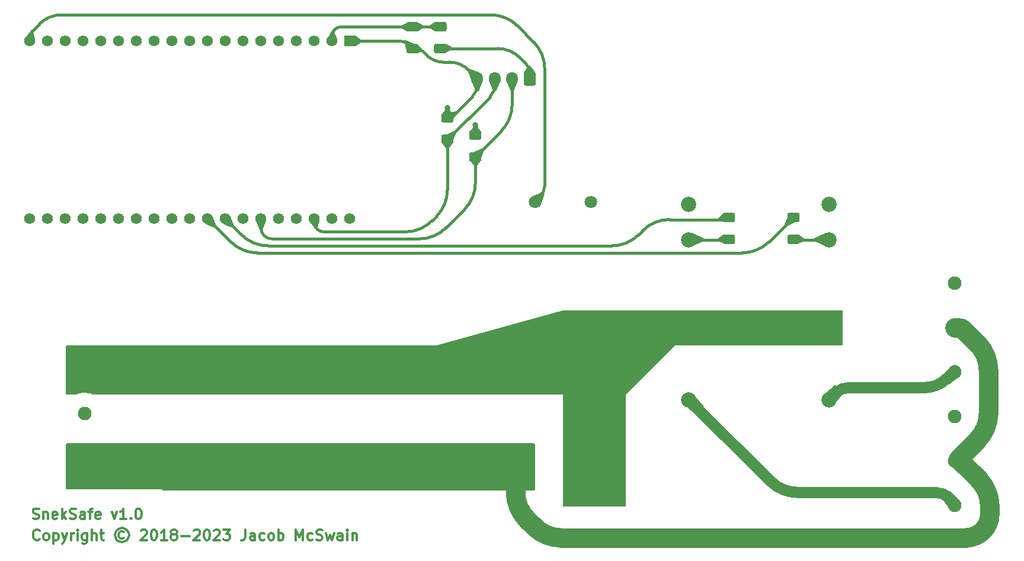
<source format=gbr>
%TF.GenerationSoftware,KiCad,Pcbnew,7.0.1*%
%TF.CreationDate,2023-05-13T00:12:20-05:00*%
%TF.ProjectId,sneksafe,736e616b-6574-4656-9d70-2e6b69636164,rev?*%
%TF.SameCoordinates,Original*%
%TF.FileFunction,Copper,L1,Top*%
%TF.FilePolarity,Positive*%
%FSLAX46Y46*%
G04 Gerber Fmt 4.6, Leading zero omitted, Abs format (unit mm)*
G04 Created by KiCad (PCBNEW 7.0.1) date 2023-05-13 00:12:20*
%MOMM*%
%LPD*%
G01*
G04 APERTURE LIST*
G04 Aperture macros list*
%AMRoundRect*
0 Rectangle with rounded corners*
0 $1 Rounding radius*
0 $2 $3 $4 $5 $6 $7 $8 $9 X,Y pos of 4 corners*
0 Add a 4 corners polygon primitive as box body*
4,1,4,$2,$3,$4,$5,$6,$7,$8,$9,$2,$3,0*
0 Add four circle primitives for the rounded corners*
1,1,$1+$1,$2,$3*
1,1,$1+$1,$4,$5*
1,1,$1+$1,$6,$7*
1,1,$1+$1,$8,$9*
0 Add four rect primitives between the rounded corners*
20,1,$1+$1,$2,$3,$4,$5,0*
20,1,$1+$1,$4,$5,$6,$7,0*
20,1,$1+$1,$6,$7,$8,$9,0*
20,1,$1+$1,$8,$9,$2,$3,0*%
G04 Aperture macros list end*
%ADD10C,0.300000*%
%TA.AperFunction,NonConductor*%
%ADD11C,0.300000*%
%TD*%
%TA.AperFunction,SMDPad,CuDef*%
%ADD12RoundRect,0.250000X0.625000X-0.400000X0.625000X0.400000X-0.625000X0.400000X-0.625000X-0.400000X0*%
%TD*%
%TA.AperFunction,ComponentPad*%
%ADD13C,1.560000*%
%TD*%
%TA.AperFunction,ComponentPad*%
%ADD14R,1.560000X1.560000*%
%TD*%
%TA.AperFunction,SMDPad,CuDef*%
%ADD15RoundRect,0.250000X-0.625000X0.400000X-0.625000X-0.400000X0.625000X-0.400000X0.625000X0.400000X0*%
%TD*%
%TA.AperFunction,ComponentPad*%
%ADD16C,1.950000*%
%TD*%
%TA.AperFunction,ComponentPad*%
%ADD17C,1.800000*%
%TD*%
%TA.AperFunction,ComponentPad*%
%ADD18R,1.800000X1.800000*%
%TD*%
%TA.AperFunction,ComponentPad*%
%ADD19O,1.700000X1.950000*%
%TD*%
%TA.AperFunction,ComponentPad*%
%ADD20RoundRect,0.250000X0.600000X0.725000X-0.600000X0.725000X-0.600000X-0.725000X0.600000X-0.725000X0*%
%TD*%
%TA.AperFunction,ComponentPad*%
%ADD21C,2.175000*%
%TD*%
%TA.AperFunction,SMDPad,CuDef*%
%ADD22RoundRect,0.250000X-0.650000X0.412500X-0.650000X-0.412500X0.650000X-0.412500X0.650000X0.412500X0*%
%TD*%
%TA.AperFunction,ViaPad*%
%ADD23C,0.800000*%
%TD*%
%TA.AperFunction,Conductor*%
%ADD24C,0.400000*%
%TD*%
%TA.AperFunction,Conductor*%
%ADD25C,2.800000*%
%TD*%
%TA.AperFunction,Conductor*%
%ADD26C,1.600000*%
%TD*%
G04 APERTURE END LIST*
D10*
D11*
X83285714Y-138745000D02*
X83500000Y-138816428D01*
X83500000Y-138816428D02*
X83857142Y-138816428D01*
X83857142Y-138816428D02*
X84000000Y-138745000D01*
X84000000Y-138745000D02*
X84071428Y-138673571D01*
X84071428Y-138673571D02*
X84142857Y-138530714D01*
X84142857Y-138530714D02*
X84142857Y-138387857D01*
X84142857Y-138387857D02*
X84071428Y-138245000D01*
X84071428Y-138245000D02*
X84000000Y-138173571D01*
X84000000Y-138173571D02*
X83857142Y-138102142D01*
X83857142Y-138102142D02*
X83571428Y-138030714D01*
X83571428Y-138030714D02*
X83428571Y-137959285D01*
X83428571Y-137959285D02*
X83357142Y-137887857D01*
X83357142Y-137887857D02*
X83285714Y-137745000D01*
X83285714Y-137745000D02*
X83285714Y-137602142D01*
X83285714Y-137602142D02*
X83357142Y-137459285D01*
X83357142Y-137459285D02*
X83428571Y-137387857D01*
X83428571Y-137387857D02*
X83571428Y-137316428D01*
X83571428Y-137316428D02*
X83928571Y-137316428D01*
X83928571Y-137316428D02*
X84142857Y-137387857D01*
X84785713Y-137816428D02*
X84785713Y-138816428D01*
X84785713Y-137959285D02*
X84857142Y-137887857D01*
X84857142Y-137887857D02*
X84999999Y-137816428D01*
X84999999Y-137816428D02*
X85214285Y-137816428D01*
X85214285Y-137816428D02*
X85357142Y-137887857D01*
X85357142Y-137887857D02*
X85428571Y-138030714D01*
X85428571Y-138030714D02*
X85428571Y-138816428D01*
X86714285Y-138745000D02*
X86571428Y-138816428D01*
X86571428Y-138816428D02*
X86285714Y-138816428D01*
X86285714Y-138816428D02*
X86142856Y-138745000D01*
X86142856Y-138745000D02*
X86071428Y-138602142D01*
X86071428Y-138602142D02*
X86071428Y-138030714D01*
X86071428Y-138030714D02*
X86142856Y-137887857D01*
X86142856Y-137887857D02*
X86285714Y-137816428D01*
X86285714Y-137816428D02*
X86571428Y-137816428D01*
X86571428Y-137816428D02*
X86714285Y-137887857D01*
X86714285Y-137887857D02*
X86785714Y-138030714D01*
X86785714Y-138030714D02*
X86785714Y-138173571D01*
X86785714Y-138173571D02*
X86071428Y-138316428D01*
X87428570Y-138816428D02*
X87428570Y-137316428D01*
X87571428Y-138245000D02*
X87999999Y-138816428D01*
X87999999Y-137816428D02*
X87428570Y-138387857D01*
X88571428Y-138745000D02*
X88785714Y-138816428D01*
X88785714Y-138816428D02*
X89142856Y-138816428D01*
X89142856Y-138816428D02*
X89285714Y-138745000D01*
X89285714Y-138745000D02*
X89357142Y-138673571D01*
X89357142Y-138673571D02*
X89428571Y-138530714D01*
X89428571Y-138530714D02*
X89428571Y-138387857D01*
X89428571Y-138387857D02*
X89357142Y-138245000D01*
X89357142Y-138245000D02*
X89285714Y-138173571D01*
X89285714Y-138173571D02*
X89142856Y-138102142D01*
X89142856Y-138102142D02*
X88857142Y-138030714D01*
X88857142Y-138030714D02*
X88714285Y-137959285D01*
X88714285Y-137959285D02*
X88642856Y-137887857D01*
X88642856Y-137887857D02*
X88571428Y-137745000D01*
X88571428Y-137745000D02*
X88571428Y-137602142D01*
X88571428Y-137602142D02*
X88642856Y-137459285D01*
X88642856Y-137459285D02*
X88714285Y-137387857D01*
X88714285Y-137387857D02*
X88857142Y-137316428D01*
X88857142Y-137316428D02*
X89214285Y-137316428D01*
X89214285Y-137316428D02*
X89428571Y-137387857D01*
X90714285Y-138816428D02*
X90714285Y-138030714D01*
X90714285Y-138030714D02*
X90642856Y-137887857D01*
X90642856Y-137887857D02*
X90499999Y-137816428D01*
X90499999Y-137816428D02*
X90214285Y-137816428D01*
X90214285Y-137816428D02*
X90071427Y-137887857D01*
X90714285Y-138745000D02*
X90571427Y-138816428D01*
X90571427Y-138816428D02*
X90214285Y-138816428D01*
X90214285Y-138816428D02*
X90071427Y-138745000D01*
X90071427Y-138745000D02*
X89999999Y-138602142D01*
X89999999Y-138602142D02*
X89999999Y-138459285D01*
X89999999Y-138459285D02*
X90071427Y-138316428D01*
X90071427Y-138316428D02*
X90214285Y-138245000D01*
X90214285Y-138245000D02*
X90571427Y-138245000D01*
X90571427Y-138245000D02*
X90714285Y-138173571D01*
X91214285Y-137816428D02*
X91785713Y-137816428D01*
X91428570Y-138816428D02*
X91428570Y-137530714D01*
X91428570Y-137530714D02*
X91499999Y-137387857D01*
X91499999Y-137387857D02*
X91642856Y-137316428D01*
X91642856Y-137316428D02*
X91785713Y-137316428D01*
X92857142Y-138745000D02*
X92714285Y-138816428D01*
X92714285Y-138816428D02*
X92428571Y-138816428D01*
X92428571Y-138816428D02*
X92285713Y-138745000D01*
X92285713Y-138745000D02*
X92214285Y-138602142D01*
X92214285Y-138602142D02*
X92214285Y-138030714D01*
X92214285Y-138030714D02*
X92285713Y-137887857D01*
X92285713Y-137887857D02*
X92428571Y-137816428D01*
X92428571Y-137816428D02*
X92714285Y-137816428D01*
X92714285Y-137816428D02*
X92857142Y-137887857D01*
X92857142Y-137887857D02*
X92928571Y-138030714D01*
X92928571Y-138030714D02*
X92928571Y-138173571D01*
X92928571Y-138173571D02*
X92214285Y-138316428D01*
X94571427Y-137816428D02*
X94928570Y-138816428D01*
X94928570Y-138816428D02*
X95285713Y-137816428D01*
X96642856Y-138816428D02*
X95785713Y-138816428D01*
X96214284Y-138816428D02*
X96214284Y-137316428D01*
X96214284Y-137316428D02*
X96071427Y-137530714D01*
X96071427Y-137530714D02*
X95928570Y-137673571D01*
X95928570Y-137673571D02*
X95785713Y-137745000D01*
X97285712Y-138673571D02*
X97357141Y-138745000D01*
X97357141Y-138745000D02*
X97285712Y-138816428D01*
X97285712Y-138816428D02*
X97214284Y-138745000D01*
X97214284Y-138745000D02*
X97285712Y-138673571D01*
X97285712Y-138673571D02*
X97285712Y-138816428D01*
X98285713Y-137316428D02*
X98428570Y-137316428D01*
X98428570Y-137316428D02*
X98571427Y-137387857D01*
X98571427Y-137387857D02*
X98642856Y-137459285D01*
X98642856Y-137459285D02*
X98714284Y-137602142D01*
X98714284Y-137602142D02*
X98785713Y-137887857D01*
X98785713Y-137887857D02*
X98785713Y-138245000D01*
X98785713Y-138245000D02*
X98714284Y-138530714D01*
X98714284Y-138530714D02*
X98642856Y-138673571D01*
X98642856Y-138673571D02*
X98571427Y-138745000D01*
X98571427Y-138745000D02*
X98428570Y-138816428D01*
X98428570Y-138816428D02*
X98285713Y-138816428D01*
X98285713Y-138816428D02*
X98142856Y-138745000D01*
X98142856Y-138745000D02*
X98071427Y-138673571D01*
X98071427Y-138673571D02*
X97999998Y-138530714D01*
X97999998Y-138530714D02*
X97928570Y-138245000D01*
X97928570Y-138245000D02*
X97928570Y-137887857D01*
X97928570Y-137887857D02*
X97999998Y-137602142D01*
X97999998Y-137602142D02*
X98071427Y-137459285D01*
X98071427Y-137459285D02*
X98142856Y-137387857D01*
X98142856Y-137387857D02*
X98285713Y-137316428D01*
D10*
D11*
X84214285Y-141673571D02*
X84142857Y-141745000D01*
X84142857Y-141745000D02*
X83928571Y-141816428D01*
X83928571Y-141816428D02*
X83785714Y-141816428D01*
X83785714Y-141816428D02*
X83571428Y-141745000D01*
X83571428Y-141745000D02*
X83428571Y-141602142D01*
X83428571Y-141602142D02*
X83357142Y-141459285D01*
X83357142Y-141459285D02*
X83285714Y-141173571D01*
X83285714Y-141173571D02*
X83285714Y-140959285D01*
X83285714Y-140959285D02*
X83357142Y-140673571D01*
X83357142Y-140673571D02*
X83428571Y-140530714D01*
X83428571Y-140530714D02*
X83571428Y-140387857D01*
X83571428Y-140387857D02*
X83785714Y-140316428D01*
X83785714Y-140316428D02*
X83928571Y-140316428D01*
X83928571Y-140316428D02*
X84142857Y-140387857D01*
X84142857Y-140387857D02*
X84214285Y-140459285D01*
X85071428Y-141816428D02*
X84928571Y-141745000D01*
X84928571Y-141745000D02*
X84857142Y-141673571D01*
X84857142Y-141673571D02*
X84785714Y-141530714D01*
X84785714Y-141530714D02*
X84785714Y-141102142D01*
X84785714Y-141102142D02*
X84857142Y-140959285D01*
X84857142Y-140959285D02*
X84928571Y-140887857D01*
X84928571Y-140887857D02*
X85071428Y-140816428D01*
X85071428Y-140816428D02*
X85285714Y-140816428D01*
X85285714Y-140816428D02*
X85428571Y-140887857D01*
X85428571Y-140887857D02*
X85500000Y-140959285D01*
X85500000Y-140959285D02*
X85571428Y-141102142D01*
X85571428Y-141102142D02*
X85571428Y-141530714D01*
X85571428Y-141530714D02*
X85500000Y-141673571D01*
X85500000Y-141673571D02*
X85428571Y-141745000D01*
X85428571Y-141745000D02*
X85285714Y-141816428D01*
X85285714Y-141816428D02*
X85071428Y-141816428D01*
X86214285Y-140816428D02*
X86214285Y-142316428D01*
X86214285Y-140887857D02*
X86357143Y-140816428D01*
X86357143Y-140816428D02*
X86642857Y-140816428D01*
X86642857Y-140816428D02*
X86785714Y-140887857D01*
X86785714Y-140887857D02*
X86857143Y-140959285D01*
X86857143Y-140959285D02*
X86928571Y-141102142D01*
X86928571Y-141102142D02*
X86928571Y-141530714D01*
X86928571Y-141530714D02*
X86857143Y-141673571D01*
X86857143Y-141673571D02*
X86785714Y-141745000D01*
X86785714Y-141745000D02*
X86642857Y-141816428D01*
X86642857Y-141816428D02*
X86357143Y-141816428D01*
X86357143Y-141816428D02*
X86214285Y-141745000D01*
X87428571Y-140816428D02*
X87785714Y-141816428D01*
X88142857Y-140816428D02*
X87785714Y-141816428D01*
X87785714Y-141816428D02*
X87642857Y-142173571D01*
X87642857Y-142173571D02*
X87571428Y-142245000D01*
X87571428Y-142245000D02*
X87428571Y-142316428D01*
X88714285Y-141816428D02*
X88714285Y-140816428D01*
X88714285Y-141102142D02*
X88785714Y-140959285D01*
X88785714Y-140959285D02*
X88857143Y-140887857D01*
X88857143Y-140887857D02*
X89000000Y-140816428D01*
X89000000Y-140816428D02*
X89142857Y-140816428D01*
X89642856Y-141816428D02*
X89642856Y-140816428D01*
X89642856Y-140316428D02*
X89571428Y-140387857D01*
X89571428Y-140387857D02*
X89642856Y-140459285D01*
X89642856Y-140459285D02*
X89714285Y-140387857D01*
X89714285Y-140387857D02*
X89642856Y-140316428D01*
X89642856Y-140316428D02*
X89642856Y-140459285D01*
X91000000Y-140816428D02*
X91000000Y-142030714D01*
X91000000Y-142030714D02*
X90928571Y-142173571D01*
X90928571Y-142173571D02*
X90857142Y-142245000D01*
X90857142Y-142245000D02*
X90714285Y-142316428D01*
X90714285Y-142316428D02*
X90500000Y-142316428D01*
X90500000Y-142316428D02*
X90357142Y-142245000D01*
X91000000Y-141745000D02*
X90857142Y-141816428D01*
X90857142Y-141816428D02*
X90571428Y-141816428D01*
X90571428Y-141816428D02*
X90428571Y-141745000D01*
X90428571Y-141745000D02*
X90357142Y-141673571D01*
X90357142Y-141673571D02*
X90285714Y-141530714D01*
X90285714Y-141530714D02*
X90285714Y-141102142D01*
X90285714Y-141102142D02*
X90357142Y-140959285D01*
X90357142Y-140959285D02*
X90428571Y-140887857D01*
X90428571Y-140887857D02*
X90571428Y-140816428D01*
X90571428Y-140816428D02*
X90857142Y-140816428D01*
X90857142Y-140816428D02*
X91000000Y-140887857D01*
X91714285Y-141816428D02*
X91714285Y-140316428D01*
X92357143Y-141816428D02*
X92357143Y-141030714D01*
X92357143Y-141030714D02*
X92285714Y-140887857D01*
X92285714Y-140887857D02*
X92142857Y-140816428D01*
X92142857Y-140816428D02*
X91928571Y-140816428D01*
X91928571Y-140816428D02*
X91785714Y-140887857D01*
X91785714Y-140887857D02*
X91714285Y-140959285D01*
X92857143Y-140816428D02*
X93428571Y-140816428D01*
X93071428Y-140316428D02*
X93071428Y-141602142D01*
X93071428Y-141602142D02*
X93142857Y-141745000D01*
X93142857Y-141745000D02*
X93285714Y-141816428D01*
X93285714Y-141816428D02*
X93428571Y-141816428D01*
X96285714Y-140673571D02*
X96142857Y-140602142D01*
X96142857Y-140602142D02*
X95857143Y-140602142D01*
X95857143Y-140602142D02*
X95714286Y-140673571D01*
X95714286Y-140673571D02*
X95571428Y-140816428D01*
X95571428Y-140816428D02*
X95500000Y-140959285D01*
X95500000Y-140959285D02*
X95500000Y-141245000D01*
X95500000Y-141245000D02*
X95571428Y-141387857D01*
X95571428Y-141387857D02*
X95714286Y-141530714D01*
X95714286Y-141530714D02*
X95857143Y-141602142D01*
X95857143Y-141602142D02*
X96142857Y-141602142D01*
X96142857Y-141602142D02*
X96285714Y-141530714D01*
X96000000Y-140102142D02*
X95642857Y-140173571D01*
X95642857Y-140173571D02*
X95285714Y-140387857D01*
X95285714Y-140387857D02*
X95071428Y-140745000D01*
X95071428Y-140745000D02*
X95000000Y-141102142D01*
X95000000Y-141102142D02*
X95071428Y-141459285D01*
X95071428Y-141459285D02*
X95285714Y-141816428D01*
X95285714Y-141816428D02*
X95642857Y-142030714D01*
X95642857Y-142030714D02*
X96000000Y-142102142D01*
X96000000Y-142102142D02*
X96357143Y-142030714D01*
X96357143Y-142030714D02*
X96714286Y-141816428D01*
X96714286Y-141816428D02*
X96928571Y-141459285D01*
X96928571Y-141459285D02*
X97000000Y-141102142D01*
X97000000Y-141102142D02*
X96928571Y-140745000D01*
X96928571Y-140745000D02*
X96714286Y-140387857D01*
X96714286Y-140387857D02*
X96357143Y-140173571D01*
X96357143Y-140173571D02*
X96000000Y-140102142D01*
X98714286Y-140459285D02*
X98785714Y-140387857D01*
X98785714Y-140387857D02*
X98928572Y-140316428D01*
X98928572Y-140316428D02*
X99285714Y-140316428D01*
X99285714Y-140316428D02*
X99428572Y-140387857D01*
X99428572Y-140387857D02*
X99500000Y-140459285D01*
X99500000Y-140459285D02*
X99571429Y-140602142D01*
X99571429Y-140602142D02*
X99571429Y-140745000D01*
X99571429Y-140745000D02*
X99500000Y-140959285D01*
X99500000Y-140959285D02*
X98642857Y-141816428D01*
X98642857Y-141816428D02*
X99571429Y-141816428D01*
X100500000Y-140316428D02*
X100642857Y-140316428D01*
X100642857Y-140316428D02*
X100785714Y-140387857D01*
X100785714Y-140387857D02*
X100857143Y-140459285D01*
X100857143Y-140459285D02*
X100928571Y-140602142D01*
X100928571Y-140602142D02*
X101000000Y-140887857D01*
X101000000Y-140887857D02*
X101000000Y-141245000D01*
X101000000Y-141245000D02*
X100928571Y-141530714D01*
X100928571Y-141530714D02*
X100857143Y-141673571D01*
X100857143Y-141673571D02*
X100785714Y-141745000D01*
X100785714Y-141745000D02*
X100642857Y-141816428D01*
X100642857Y-141816428D02*
X100500000Y-141816428D01*
X100500000Y-141816428D02*
X100357143Y-141745000D01*
X100357143Y-141745000D02*
X100285714Y-141673571D01*
X100285714Y-141673571D02*
X100214285Y-141530714D01*
X100214285Y-141530714D02*
X100142857Y-141245000D01*
X100142857Y-141245000D02*
X100142857Y-140887857D01*
X100142857Y-140887857D02*
X100214285Y-140602142D01*
X100214285Y-140602142D02*
X100285714Y-140459285D01*
X100285714Y-140459285D02*
X100357143Y-140387857D01*
X100357143Y-140387857D02*
X100500000Y-140316428D01*
X102428571Y-141816428D02*
X101571428Y-141816428D01*
X101999999Y-141816428D02*
X101999999Y-140316428D01*
X101999999Y-140316428D02*
X101857142Y-140530714D01*
X101857142Y-140530714D02*
X101714285Y-140673571D01*
X101714285Y-140673571D02*
X101571428Y-140745000D01*
X103285713Y-140959285D02*
X103142856Y-140887857D01*
X103142856Y-140887857D02*
X103071427Y-140816428D01*
X103071427Y-140816428D02*
X102999999Y-140673571D01*
X102999999Y-140673571D02*
X102999999Y-140602142D01*
X102999999Y-140602142D02*
X103071427Y-140459285D01*
X103071427Y-140459285D02*
X103142856Y-140387857D01*
X103142856Y-140387857D02*
X103285713Y-140316428D01*
X103285713Y-140316428D02*
X103571427Y-140316428D01*
X103571427Y-140316428D02*
X103714285Y-140387857D01*
X103714285Y-140387857D02*
X103785713Y-140459285D01*
X103785713Y-140459285D02*
X103857142Y-140602142D01*
X103857142Y-140602142D02*
X103857142Y-140673571D01*
X103857142Y-140673571D02*
X103785713Y-140816428D01*
X103785713Y-140816428D02*
X103714285Y-140887857D01*
X103714285Y-140887857D02*
X103571427Y-140959285D01*
X103571427Y-140959285D02*
X103285713Y-140959285D01*
X103285713Y-140959285D02*
X103142856Y-141030714D01*
X103142856Y-141030714D02*
X103071427Y-141102142D01*
X103071427Y-141102142D02*
X102999999Y-141245000D01*
X102999999Y-141245000D02*
X102999999Y-141530714D01*
X102999999Y-141530714D02*
X103071427Y-141673571D01*
X103071427Y-141673571D02*
X103142856Y-141745000D01*
X103142856Y-141745000D02*
X103285713Y-141816428D01*
X103285713Y-141816428D02*
X103571427Y-141816428D01*
X103571427Y-141816428D02*
X103714285Y-141745000D01*
X103714285Y-141745000D02*
X103785713Y-141673571D01*
X103785713Y-141673571D02*
X103857142Y-141530714D01*
X103857142Y-141530714D02*
X103857142Y-141245000D01*
X103857142Y-141245000D02*
X103785713Y-141102142D01*
X103785713Y-141102142D02*
X103714285Y-141030714D01*
X103714285Y-141030714D02*
X103571427Y-140959285D01*
X104499998Y-141245000D02*
X105642856Y-141245000D01*
X106285713Y-140459285D02*
X106357141Y-140387857D01*
X106357141Y-140387857D02*
X106499999Y-140316428D01*
X106499999Y-140316428D02*
X106857141Y-140316428D01*
X106857141Y-140316428D02*
X106999999Y-140387857D01*
X106999999Y-140387857D02*
X107071427Y-140459285D01*
X107071427Y-140459285D02*
X107142856Y-140602142D01*
X107142856Y-140602142D02*
X107142856Y-140745000D01*
X107142856Y-140745000D02*
X107071427Y-140959285D01*
X107071427Y-140959285D02*
X106214284Y-141816428D01*
X106214284Y-141816428D02*
X107142856Y-141816428D01*
X108071427Y-140316428D02*
X108214284Y-140316428D01*
X108214284Y-140316428D02*
X108357141Y-140387857D01*
X108357141Y-140387857D02*
X108428570Y-140459285D01*
X108428570Y-140459285D02*
X108499998Y-140602142D01*
X108499998Y-140602142D02*
X108571427Y-140887857D01*
X108571427Y-140887857D02*
X108571427Y-141245000D01*
X108571427Y-141245000D02*
X108499998Y-141530714D01*
X108499998Y-141530714D02*
X108428570Y-141673571D01*
X108428570Y-141673571D02*
X108357141Y-141745000D01*
X108357141Y-141745000D02*
X108214284Y-141816428D01*
X108214284Y-141816428D02*
X108071427Y-141816428D01*
X108071427Y-141816428D02*
X107928570Y-141745000D01*
X107928570Y-141745000D02*
X107857141Y-141673571D01*
X107857141Y-141673571D02*
X107785712Y-141530714D01*
X107785712Y-141530714D02*
X107714284Y-141245000D01*
X107714284Y-141245000D02*
X107714284Y-140887857D01*
X107714284Y-140887857D02*
X107785712Y-140602142D01*
X107785712Y-140602142D02*
X107857141Y-140459285D01*
X107857141Y-140459285D02*
X107928570Y-140387857D01*
X107928570Y-140387857D02*
X108071427Y-140316428D01*
X109142855Y-140459285D02*
X109214283Y-140387857D01*
X109214283Y-140387857D02*
X109357141Y-140316428D01*
X109357141Y-140316428D02*
X109714283Y-140316428D01*
X109714283Y-140316428D02*
X109857141Y-140387857D01*
X109857141Y-140387857D02*
X109928569Y-140459285D01*
X109928569Y-140459285D02*
X109999998Y-140602142D01*
X109999998Y-140602142D02*
X109999998Y-140745000D01*
X109999998Y-140745000D02*
X109928569Y-140959285D01*
X109928569Y-140959285D02*
X109071426Y-141816428D01*
X109071426Y-141816428D02*
X109999998Y-141816428D01*
X110499997Y-140316428D02*
X111428569Y-140316428D01*
X111428569Y-140316428D02*
X110928569Y-140887857D01*
X110928569Y-140887857D02*
X111142854Y-140887857D01*
X111142854Y-140887857D02*
X111285712Y-140959285D01*
X111285712Y-140959285D02*
X111357140Y-141030714D01*
X111357140Y-141030714D02*
X111428569Y-141173571D01*
X111428569Y-141173571D02*
X111428569Y-141530714D01*
X111428569Y-141530714D02*
X111357140Y-141673571D01*
X111357140Y-141673571D02*
X111285712Y-141745000D01*
X111285712Y-141745000D02*
X111142854Y-141816428D01*
X111142854Y-141816428D02*
X110714283Y-141816428D01*
X110714283Y-141816428D02*
X110571426Y-141745000D01*
X110571426Y-141745000D02*
X110499997Y-141673571D01*
X113642854Y-140316428D02*
X113642854Y-141387857D01*
X113642854Y-141387857D02*
X113571425Y-141602142D01*
X113571425Y-141602142D02*
X113428568Y-141745000D01*
X113428568Y-141745000D02*
X113214282Y-141816428D01*
X113214282Y-141816428D02*
X113071425Y-141816428D01*
X114999997Y-141816428D02*
X114999997Y-141030714D01*
X114999997Y-141030714D02*
X114928568Y-140887857D01*
X114928568Y-140887857D02*
X114785711Y-140816428D01*
X114785711Y-140816428D02*
X114499997Y-140816428D01*
X114499997Y-140816428D02*
X114357139Y-140887857D01*
X114999997Y-141745000D02*
X114857139Y-141816428D01*
X114857139Y-141816428D02*
X114499997Y-141816428D01*
X114499997Y-141816428D02*
X114357139Y-141745000D01*
X114357139Y-141745000D02*
X114285711Y-141602142D01*
X114285711Y-141602142D02*
X114285711Y-141459285D01*
X114285711Y-141459285D02*
X114357139Y-141316428D01*
X114357139Y-141316428D02*
X114499997Y-141245000D01*
X114499997Y-141245000D02*
X114857139Y-141245000D01*
X114857139Y-141245000D02*
X114999997Y-141173571D01*
X116357140Y-141745000D02*
X116214282Y-141816428D01*
X116214282Y-141816428D02*
X115928568Y-141816428D01*
X115928568Y-141816428D02*
X115785711Y-141745000D01*
X115785711Y-141745000D02*
X115714282Y-141673571D01*
X115714282Y-141673571D02*
X115642854Y-141530714D01*
X115642854Y-141530714D02*
X115642854Y-141102142D01*
X115642854Y-141102142D02*
X115714282Y-140959285D01*
X115714282Y-140959285D02*
X115785711Y-140887857D01*
X115785711Y-140887857D02*
X115928568Y-140816428D01*
X115928568Y-140816428D02*
X116214282Y-140816428D01*
X116214282Y-140816428D02*
X116357140Y-140887857D01*
X117214282Y-141816428D02*
X117071425Y-141745000D01*
X117071425Y-141745000D02*
X116999996Y-141673571D01*
X116999996Y-141673571D02*
X116928568Y-141530714D01*
X116928568Y-141530714D02*
X116928568Y-141102142D01*
X116928568Y-141102142D02*
X116999996Y-140959285D01*
X116999996Y-140959285D02*
X117071425Y-140887857D01*
X117071425Y-140887857D02*
X117214282Y-140816428D01*
X117214282Y-140816428D02*
X117428568Y-140816428D01*
X117428568Y-140816428D02*
X117571425Y-140887857D01*
X117571425Y-140887857D02*
X117642854Y-140959285D01*
X117642854Y-140959285D02*
X117714282Y-141102142D01*
X117714282Y-141102142D02*
X117714282Y-141530714D01*
X117714282Y-141530714D02*
X117642854Y-141673571D01*
X117642854Y-141673571D02*
X117571425Y-141745000D01*
X117571425Y-141745000D02*
X117428568Y-141816428D01*
X117428568Y-141816428D02*
X117214282Y-141816428D01*
X118357139Y-141816428D02*
X118357139Y-140316428D01*
X118357139Y-140887857D02*
X118499997Y-140816428D01*
X118499997Y-140816428D02*
X118785711Y-140816428D01*
X118785711Y-140816428D02*
X118928568Y-140887857D01*
X118928568Y-140887857D02*
X118999997Y-140959285D01*
X118999997Y-140959285D02*
X119071425Y-141102142D01*
X119071425Y-141102142D02*
X119071425Y-141530714D01*
X119071425Y-141530714D02*
X118999997Y-141673571D01*
X118999997Y-141673571D02*
X118928568Y-141745000D01*
X118928568Y-141745000D02*
X118785711Y-141816428D01*
X118785711Y-141816428D02*
X118499997Y-141816428D01*
X118499997Y-141816428D02*
X118357139Y-141745000D01*
X120857139Y-141816428D02*
X120857139Y-140316428D01*
X120857139Y-140316428D02*
X121357139Y-141387857D01*
X121357139Y-141387857D02*
X121857139Y-140316428D01*
X121857139Y-140316428D02*
X121857139Y-141816428D01*
X123214283Y-141745000D02*
X123071425Y-141816428D01*
X123071425Y-141816428D02*
X122785711Y-141816428D01*
X122785711Y-141816428D02*
X122642854Y-141745000D01*
X122642854Y-141745000D02*
X122571425Y-141673571D01*
X122571425Y-141673571D02*
X122499997Y-141530714D01*
X122499997Y-141530714D02*
X122499997Y-141102142D01*
X122499997Y-141102142D02*
X122571425Y-140959285D01*
X122571425Y-140959285D02*
X122642854Y-140887857D01*
X122642854Y-140887857D02*
X122785711Y-140816428D01*
X122785711Y-140816428D02*
X123071425Y-140816428D01*
X123071425Y-140816428D02*
X123214283Y-140887857D01*
X123785711Y-141745000D02*
X123999997Y-141816428D01*
X123999997Y-141816428D02*
X124357139Y-141816428D01*
X124357139Y-141816428D02*
X124499997Y-141745000D01*
X124499997Y-141745000D02*
X124571425Y-141673571D01*
X124571425Y-141673571D02*
X124642854Y-141530714D01*
X124642854Y-141530714D02*
X124642854Y-141387857D01*
X124642854Y-141387857D02*
X124571425Y-141245000D01*
X124571425Y-141245000D02*
X124499997Y-141173571D01*
X124499997Y-141173571D02*
X124357139Y-141102142D01*
X124357139Y-141102142D02*
X124071425Y-141030714D01*
X124071425Y-141030714D02*
X123928568Y-140959285D01*
X123928568Y-140959285D02*
X123857139Y-140887857D01*
X123857139Y-140887857D02*
X123785711Y-140745000D01*
X123785711Y-140745000D02*
X123785711Y-140602142D01*
X123785711Y-140602142D02*
X123857139Y-140459285D01*
X123857139Y-140459285D02*
X123928568Y-140387857D01*
X123928568Y-140387857D02*
X124071425Y-140316428D01*
X124071425Y-140316428D02*
X124428568Y-140316428D01*
X124428568Y-140316428D02*
X124642854Y-140387857D01*
X125142853Y-140816428D02*
X125428568Y-141816428D01*
X125428568Y-141816428D02*
X125714282Y-141102142D01*
X125714282Y-141102142D02*
X125999996Y-141816428D01*
X125999996Y-141816428D02*
X126285710Y-140816428D01*
X127499997Y-141816428D02*
X127499997Y-141030714D01*
X127499997Y-141030714D02*
X127428568Y-140887857D01*
X127428568Y-140887857D02*
X127285711Y-140816428D01*
X127285711Y-140816428D02*
X126999997Y-140816428D01*
X126999997Y-140816428D02*
X126857139Y-140887857D01*
X127499997Y-141745000D02*
X127357139Y-141816428D01*
X127357139Y-141816428D02*
X126999997Y-141816428D01*
X126999997Y-141816428D02*
X126857139Y-141745000D01*
X126857139Y-141745000D02*
X126785711Y-141602142D01*
X126785711Y-141602142D02*
X126785711Y-141459285D01*
X126785711Y-141459285D02*
X126857139Y-141316428D01*
X126857139Y-141316428D02*
X126999997Y-141245000D01*
X126999997Y-141245000D02*
X127357139Y-141245000D01*
X127357139Y-141245000D02*
X127499997Y-141173571D01*
X128214282Y-141816428D02*
X128214282Y-140816428D01*
X128214282Y-140316428D02*
X128142854Y-140387857D01*
X128142854Y-140387857D02*
X128214282Y-140459285D01*
X128214282Y-140459285D02*
X128285711Y-140387857D01*
X128285711Y-140387857D02*
X128214282Y-140316428D01*
X128214282Y-140316428D02*
X128214282Y-140459285D01*
X128928568Y-140816428D02*
X128928568Y-141816428D01*
X128928568Y-140959285D02*
X128999997Y-140887857D01*
X128999997Y-140887857D02*
X129142854Y-140816428D01*
X129142854Y-140816428D02*
X129357140Y-140816428D01*
X129357140Y-140816428D02*
X129499997Y-140887857D01*
X129499997Y-140887857D02*
X129571426Y-141030714D01*
X129571426Y-141030714D02*
X129571426Y-141816428D01*
D12*
%TO.P,R1,2*%
%TO.N,+3.3V*%
X142500000Y-81450000D03*
%TO.P,R1,1*%
%TO.N,SCL*%
X142500000Y-84550000D03*
%TD*%
%TO.P,R2,2*%
%TO.N,+3.3V*%
X146500000Y-83950000D03*
%TO.P,R2,1*%
%TO.N,SDA*%
X146500000Y-87050000D03*
%TD*%
D13*
%TO.P,U1,J3-19,CLK*%
%TO.N,unconnected-(U1-CLK-PadJ3-19)*%
X82840000Y-95900000D03*
%TO.P,U1,J3-18,SD0*%
%TO.N,unconnected-(U1-SD0-PadJ3-18)*%
X85380000Y-95900000D03*
%TO.P,U1,J3-17,SD1*%
%TO.N,unconnected-(U1-SD1-PadJ3-17)*%
X87920000Y-95900000D03*
%TO.P,U1,J3-16,IO15*%
%TO.N,unconnected-(U1-IO15-PadJ3-16)*%
X90460000Y-95900000D03*
%TO.P,U1,J3-15,IO2*%
%TO.N,unconnected-(U1-IO2-PadJ3-15)*%
X93000000Y-95900000D03*
%TO.P,U1,J3-14,IO0*%
%TO.N,unconnected-(U1-IO0-PadJ3-14)*%
X95540000Y-95900000D03*
%TO.P,U1,J3-13,IO4*%
%TO.N,unconnected-(U1-IO4-PadJ3-13)*%
X98080000Y-95900000D03*
%TO.P,U1,J3-12,IO16*%
%TO.N,unconnected-(U1-IO16-PadJ3-12)*%
X100620000Y-95900000D03*
%TO.P,U1,J3-11,IO17*%
%TO.N,unconnected-(U1-IO17-PadJ3-11)*%
X103160000Y-95900000D03*
%TO.P,U1,J3-10,IO5*%
%TO.N,unconnected-(U1-IO5-PadJ3-10)*%
X105700000Y-95900000D03*
%TO.P,U1,J3-9,IO18*%
%TO.N,HEAT_EN*%
X108240000Y-95900000D03*
%TO.P,U1,J3-8,IO19*%
%TO.N,LIGHT_EN*%
X110780000Y-95900000D03*
%TO.P,U1,J3-7,GND2*%
%TO.N,GND*%
X113320000Y-95900000D03*
%TO.P,U1,J3-6,IO21*%
%TO.N,SDA*%
X115860000Y-95900000D03*
%TO.P,U1,J3-5,RXD0*%
%TO.N,unconnected-(U1-RXD0-PadJ3-5)*%
X118400000Y-95900000D03*
%TO.P,U1,J3-4,TXD0*%
%TO.N,unconnected-(U1-TXD0-PadJ3-4)*%
X120940000Y-95900000D03*
%TO.P,U1,J3-3,IO22*%
%TO.N,SCL*%
X123480000Y-95900000D03*
%TO.P,U1,J3-2,IO23*%
%TO.N,unconnected-(U1-IO23-PadJ3-2)*%
X126020000Y-95900000D03*
%TO.P,U1,J3-1,GND3*%
%TO.N,GND*%
X128560000Y-95900000D03*
%TO.P,U1,J2-19,EXT_5V*%
%TO.N,+5V*%
X82840000Y-70500000D03*
%TO.P,U1,J2-18,CMD*%
%TO.N,unconnected-(U1-CMD-PadJ2-18)*%
X85380000Y-70500000D03*
%TO.P,U1,J2-17,SD3*%
%TO.N,unconnected-(U1-SD3-PadJ2-17)*%
X87920000Y-70500000D03*
%TO.P,U1,J2-16,SD2*%
%TO.N,unconnected-(U1-SD2-PadJ2-16)*%
X90460000Y-70500000D03*
%TO.P,U1,J2-15,IO13*%
%TO.N,unconnected-(U1-IO13-PadJ2-15)*%
X93000000Y-70500000D03*
%TO.P,U1,J2-14,GND1*%
%TO.N,GND*%
X95540000Y-70500000D03*
%TO.P,U1,J2-13,IO12*%
%TO.N,unconnected-(U1-IO12-PadJ2-13)*%
X98080000Y-70500000D03*
%TO.P,U1,J2-12,IO14*%
%TO.N,unconnected-(U1-IO14-PadJ2-12)*%
X100620000Y-70500000D03*
%TO.P,U1,J2-11,IO27*%
%TO.N,unconnected-(U1-IO27-PadJ2-11)*%
X103160000Y-70500000D03*
%TO.P,U1,J2-10,IO26*%
%TO.N,unconnected-(U1-IO26-PadJ2-10)*%
X105700000Y-70500000D03*
%TO.P,U1,J2-9,IO25*%
%TO.N,unconnected-(U1-IO25-PadJ2-9)*%
X108240000Y-70500000D03*
%TO.P,U1,J2-8,IO33*%
%TO.N,unconnected-(U1-IO33-PadJ2-8)*%
X110780000Y-70500000D03*
%TO.P,U1,J2-7,IO32*%
%TO.N,unconnected-(U1-IO32-PadJ2-7)*%
X113320000Y-70500000D03*
%TO.P,U1,J2-6,IO35*%
%TO.N,unconnected-(U1-IO35-PadJ2-6)*%
X115860000Y-70500000D03*
%TO.P,U1,J2-5,IO34*%
%TO.N,unconnected-(U1-IO34-PadJ2-5)*%
X118400000Y-70500000D03*
%TO.P,U1,J2-4,SENSOR_VN*%
%TO.N,unconnected-(U1-SENSOR_VN-PadJ2-4)*%
X120940000Y-70500000D03*
%TO.P,U1,J2-3,SENSOR_VP*%
%TO.N,unconnected-(U1-SENSOR_VP-PadJ2-3)*%
X123480000Y-70500000D03*
%TO.P,U1,J2-2,EN*%
%TO.N,Net-(U1-EN)*%
X126020000Y-70500000D03*
D14*
%TO.P,U1,J2-1,3V3*%
%TO.N,+3.3V*%
X128560000Y-70500000D03*
%TD*%
D15*
%TO.P,R3,2*%
%TO.N,+3.3V*%
X137500000Y-71580000D03*
%TO.P,R3,1*%
%TO.N,Net-(U1-EN)*%
X137500000Y-68480000D03*
%TD*%
%TO.P,R6,2*%
%TO.N,HEAT_LED_P*%
X191938500Y-98800000D03*
%TO.P,R6,1*%
%TO.N,HEAT_EN*%
X191938500Y-95700000D03*
%TD*%
D16*
%TO.P,J2,1,Pin_1*%
%TO.N,LIGHT_AC_P*%
X215000000Y-136850000D03*
%TO.P,J2,2,Pin_2*%
%TO.N,AC_N_IN*%
X215000000Y-130500000D03*
%TO.P,J2,3,Pin_3*%
%TO.N,Earth*%
X215000000Y-124150000D03*
%TO.P,J2,4,Pin_4*%
%TO.N,HEAT_AC_P*%
X215000000Y-117800000D03*
%TO.P,J2,5,Pin_5*%
%TO.N,AC_N_IN*%
X215000000Y-111450000D03*
%TO.P,J2,6,Pin_6*%
%TO.N,Earth*%
X215000000Y-105100000D03*
%TD*%
D17*
%TO.P,PS1,4,+VOUT*%
%TO.N,+5V*%
X155000000Y-93500000D03*
%TO.P,PS1,3,-VOUT*%
%TO.N,GND*%
X163000000Y-93500000D03*
%TO.P,PS1,2,VAC_IN_(L)*%
%TO.N,AC_P_IN*%
X163000000Y-132000000D03*
D18*
%TO.P,PS1,1,VAC_IN_(N)*%
%TO.N,AC_N_IN*%
X152250000Y-132000000D03*
%TD*%
D15*
%TO.P,R5,2*%
%TO.N,LIGHT_LED_P*%
X182688500Y-98800000D03*
%TO.P,R5,1*%
%TO.N,LIGHT_EN*%
X182688500Y-95700000D03*
%TD*%
D19*
%TO.P,J1,4,Pin_4*%
%TO.N,+3.3V*%
X146750000Y-75850000D03*
%TO.P,J1,3,Pin_3*%
%TO.N,SCL*%
X149250000Y-75850000D03*
%TO.P,J1,2,Pin_2*%
%TO.N,SDA*%
X151750000Y-75850000D03*
D20*
%TO.P,J1,1,Pin_1*%
%TO.N,GND*%
X154250000Y-75850000D03*
%TD*%
D21*
%TO.P,K1,4,-_LED*%
%TO.N,GND*%
X177000000Y-93800000D03*
%TO.P,K1,3,+_LED*%
%TO.N,LIGHT_LED_P*%
X177000000Y-98880000D03*
%TO.P,K1,2,AC_LOAD_2*%
%TO.N,AC_P_IN*%
X177000000Y-111580000D03*
%TO.P,K1,1,AC_LOAD_1*%
%TO.N,LIGHT_AC_P*%
X177000000Y-121740000D03*
%TD*%
D22*
%TO.P,C1,2*%
%TO.N,GND*%
X141500000Y-71562500D03*
%TO.P,C1,1*%
%TO.N,Net-(U1-EN)*%
X141500000Y-68437500D03*
%TD*%
D16*
%TO.P,J3,1,Pin_1*%
%TO.N,AC_P_IN*%
X90650000Y-117395000D03*
%TO.P,J3,2,Pin_2*%
%TO.N,Earth*%
X90650000Y-123745000D03*
%TO.P,J3,3,Pin_3*%
%TO.N,AC_N_IN*%
X90650000Y-130095000D03*
%TD*%
D21*
%TO.P,K2,4,-_LED*%
%TO.N,GND*%
X197000000Y-93800000D03*
%TO.P,K2,3,+_LED*%
%TO.N,HEAT_LED_P*%
X197000000Y-98880000D03*
%TO.P,K2,2,AC_LOAD_2*%
%TO.N,AC_P_IN*%
X197000000Y-111580000D03*
%TO.P,K2,1,AC_LOAD_1*%
%TO.N,HEAT_AC_P*%
X197000000Y-121740000D03*
%TD*%
D23*
%TO.N,+3.3V*%
X142500000Y-80000000D03*
X146500000Y-82500000D03*
%TD*%
D24*
%TO.N,SDA*%
X144906200Y-94593785D02*
G75*
G03*
X146500000Y-90746036I-3847800J3847785D01*
G01*
X115860000Y-97218300D02*
G75*
G03*
X116313750Y-98313750I1549200J0D01*
G01*
X138478536Y-98767510D02*
G75*
G03*
X142326292Y-97173707I-36J5441610D01*
G01*
X116313750Y-98313750D02*
G75*
G03*
X117409199Y-98767500I1095450J1095450D01*
G01*
X150156200Y-83393785D02*
G75*
G03*
X151750000Y-79546036I-3847800J3847785D01*
G01*
%TO.N,HEAT_LED_P*%
X191978509Y-98839991D02*
G75*
G03*
X192075068Y-98880000I96591J96591D01*
G01*
%TO.N,LIGHT_LED_P*%
X182551931Y-98880013D02*
G75*
G03*
X182648500Y-98840000I-31J136613D01*
G01*
%TO.N,SCL*%
X136478536Y-97767509D02*
G75*
G03*
X140326292Y-96173706I-36J5441609D01*
G01*
X123873716Y-97373784D02*
G75*
G03*
X124824346Y-97767500I950584J950684D01*
G01*
X148560579Y-78489438D02*
G75*
G03*
X149250000Y-76825000I-1664479J1664438D01*
G01*
X123480008Y-96440000D02*
G75*
G03*
X123861838Y-97361836I1303692J0D01*
G01*
X140906200Y-95593785D02*
G75*
G03*
X142500000Y-91746036I-3847800J3847785D01*
G01*
%TO.N,+3.3V*%
X139525012Y-72524988D02*
G75*
G03*
X141878858Y-73500000I2353888J2353888D01*
G01*
X142500000Y-81175000D02*
G75*
G03*
X142775000Y-81450000I275000J0D01*
G01*
X138921239Y-71921223D02*
G75*
G03*
X138025000Y-71550000I-896239J-896277D01*
G01*
X145575000Y-74675000D02*
G75*
G03*
X142738299Y-73500000I-2836700J-2836700D01*
G01*
X142775000Y-81450001D02*
G75*
G03*
X143244453Y-81255544I0J663901D01*
G01*
X136974989Y-71025011D02*
G75*
G03*
X135707537Y-70500000I-1267489J-1267489D01*
G01*
X146750000Y-76800000D02*
G75*
G03*
X146078247Y-75178249I-2293500J0D01*
G01*
X146078248Y-78421751D02*
G75*
G03*
X146750000Y-76800000I-1621748J1621751D01*
G01*
%TO.N,+5V*%
X156400010Y-74453963D02*
G75*
G03*
X154806206Y-70606208I-5441610J-37D01*
G01*
X87380904Y-66750001D02*
G75*
G03*
X84170000Y-68080000I-4J-4540899D01*
G01*
X155699985Y-92799985D02*
G75*
G03*
X156400000Y-91110050I-1689985J1689985D01*
G01*
X152543784Y-68343800D02*
G75*
G03*
X148696036Y-66750000I-3847784J-3847800D01*
G01*
X83225383Y-69024636D02*
G75*
G03*
X82840000Y-69955000I930317J-930364D01*
G01*
D25*
%TO.N,AC_N_IN*%
X216285885Y-111785865D02*
G75*
G03*
X215475000Y-111450000I-810885J-810935D01*
G01*
X216585786Y-141499994D02*
G75*
G03*
X219000000Y-140500000I14J3414194D01*
G01*
X219800010Y-117553963D02*
G75*
G03*
X218206206Y-113706208I-5441610J-37D01*
G01*
X219000004Y-140500004D02*
G75*
G03*
X220000000Y-138085786I-2414204J2414204D01*
G01*
X218206200Y-127543785D02*
G75*
G03*
X219800000Y-123696036I-3847800J3847785D01*
G01*
X152249990Y-134996036D02*
G75*
G03*
X153843793Y-138843791I5441610J36D01*
G01*
X220000010Y-137003963D02*
G75*
G03*
X218406206Y-133156208I-5441610J-37D01*
G01*
X154906215Y-139906199D02*
G75*
G03*
X158753963Y-141500000I3847785J3847799D01*
G01*
D26*
%TO.N,HEAT_AC_P*%
X199970365Y-119999986D02*
G75*
G03*
X197870000Y-120870000I35J-2970414D01*
G01*
X210817588Y-119999995D02*
G75*
G03*
X213775000Y-118775000I12J4182395D01*
G01*
%TO.N,LIGHT_AC_P*%
X188666215Y-133406199D02*
G75*
G03*
X192513963Y-135000000I3847785J3847799D01*
G01*
X214199991Y-135800009D02*
G75*
G03*
X212268629Y-135000000I-1931391J-1931391D01*
G01*
D24*
%TO.N,Net-(U1-EN)*%
X137491161Y-68449983D02*
G75*
G03*
X137506249Y-68443749I39J21283D01*
G01*
X126409987Y-68839987D02*
G75*
G03*
X126020000Y-69781543I941513J-941513D01*
G01*
X137521338Y-68437517D02*
G75*
G03*
X137506251Y-68443751I-38J-21283D01*
G01*
X127351543Y-68450018D02*
G75*
G03*
X126410000Y-68840000I-43J-1331482D01*
G01*
%TO.N,HEAT_EN*%
X111513715Y-99173699D02*
G75*
G03*
X115361463Y-100767500I3847785J3847799D01*
G01*
X184617036Y-100767510D02*
G75*
G03*
X188464792Y-99173707I-36J5441610D01*
G01*
%TO.N,GND*%
X154249991Y-75050000D02*
G75*
G03*
X153684314Y-73684314I-1931391J0D01*
G01*
X152906264Y-72906236D02*
G75*
G03*
X149662150Y-71562500I-3244064J-3244064D01*
G01*
%TO.N,LIGHT_EN*%
X113053715Y-98173699D02*
G75*
G03*
X116901463Y-99767500I3847785J3847799D01*
G01*
X174253963Y-95999988D02*
G75*
G03*
X170406206Y-97593792I37J-5441612D01*
G01*
X182176367Y-95999986D02*
G75*
G03*
X182538499Y-95849999I33J512086D01*
G01*
X165978536Y-99767510D02*
G75*
G03*
X169826292Y-98173707I-36J5441610D01*
G01*
%TO.N,SCL*%
X123480000Y-96440000D02*
X123480000Y-95900000D01*
X123873750Y-97373750D02*
X123861837Y-97361837D01*
X136478536Y-97767500D02*
X124824346Y-97767500D01*
X140326292Y-96173706D02*
X140906207Y-95593792D01*
X142500000Y-84550000D02*
X142500000Y-91746036D01*
%TO.N,Net-(U1-EN)*%
X126020000Y-69781543D02*
X126020000Y-70500000D01*
X137491161Y-68450000D02*
X127351543Y-68450000D01*
X137521338Y-68437500D02*
X141500000Y-68437500D01*
D26*
%TO.N,LIGHT_AC_P*%
X192513963Y-135000000D02*
X212268629Y-135000000D01*
X214200000Y-135800000D02*
X215000000Y-136600000D01*
X188666207Y-133406207D02*
X177000000Y-121740000D01*
D24*
%TO.N,LIGHT_EN*%
X113053707Y-98173707D02*
X110780000Y-95900000D01*
X182538500Y-95850000D02*
X182688500Y-95700000D01*
X174253963Y-96000000D02*
X182176367Y-96000000D01*
X170406206Y-97593792D02*
X169826292Y-98173707D01*
X116901463Y-99767500D02*
X165978536Y-99767500D01*
%TO.N,GND*%
X149662150Y-71562500D02*
X141500000Y-71562500D01*
X154250000Y-75050000D02*
X154250000Y-75850000D01*
X153684314Y-73684314D02*
X152906250Y-72906250D01*
D26*
%TO.N,HEAT_AC_P*%
X213775000Y-118775000D02*
X215000000Y-117550000D01*
X197870000Y-120870000D02*
X197000000Y-121740000D01*
X199970365Y-120000000D02*
X210817588Y-120000000D01*
D24*
%TO.N,HEAT_EN*%
X111513707Y-99173707D02*
X108240000Y-95900000D01*
X188464792Y-99173707D02*
X191938500Y-95700000D01*
X115361463Y-100767500D02*
X184617036Y-100767500D01*
D25*
%TO.N,AC_N_IN*%
X215475000Y-111450000D02*
X215000000Y-111450000D01*
X220000000Y-138085786D02*
X220000000Y-137003963D01*
X219800000Y-117553963D02*
X219800000Y-123696036D01*
X153843792Y-138843792D02*
X154906207Y-139906207D01*
X152250000Y-134996036D02*
X152250000Y-132000000D01*
X216585786Y-141500000D02*
X158753963Y-141500000D01*
X215500000Y-130250000D02*
X218406207Y-133156207D01*
X215500000Y-130250000D02*
X218206207Y-127543792D01*
X216285875Y-111785875D02*
X218206207Y-113706207D01*
D24*
%TO.N,+5V*%
X156400000Y-74453963D02*
X156400000Y-91110050D01*
X82840000Y-69955000D02*
X82840000Y-70500000D01*
X87380904Y-66750000D02*
X148696036Y-66750000D01*
X155700000Y-92800000D02*
X155000000Y-93500000D01*
X154806207Y-70606207D02*
X152543792Y-68343792D01*
X84169999Y-68079999D02*
X83225373Y-69024626D01*
%TO.N,SCL*%
X149250000Y-76825000D02*
X149250000Y-75850000D01*
X142500000Y-84550000D02*
X148560570Y-78489429D01*
%TO.N,LIGHT_LED_P*%
X182551931Y-98880000D02*
X177000000Y-98880000D01*
X182648500Y-98840000D02*
X182688500Y-98800000D01*
%TO.N,HEAT_LED_P*%
X191978500Y-98840000D02*
X191938500Y-98800000D01*
X192075068Y-98880000D02*
X197000000Y-98880000D01*
%TO.N,+3.3V*%
X146500000Y-82500000D02*
X146500000Y-83950000D01*
X141878858Y-73500000D02*
X142738299Y-73500000D01*
X139525000Y-72525000D02*
X138921231Y-71921231D01*
X142500000Y-81175000D02*
X142500000Y-80000000D01*
X138025000Y-71550000D02*
X137500000Y-71550000D01*
X143244454Y-81255545D02*
X146078248Y-78421751D01*
X145575000Y-74675000D02*
X146078248Y-75178248D01*
X135707537Y-70500000D02*
X128560000Y-70500000D01*
X136975000Y-71025000D02*
X137500000Y-71550000D01*
%TO.N,SDA*%
X144906207Y-94593792D02*
X142326292Y-97173707D01*
X146500000Y-87050000D02*
X146500000Y-90746036D01*
X138478536Y-98767500D02*
X117409199Y-98767500D01*
X146500000Y-87050000D02*
X150156207Y-83393792D01*
X151750000Y-79546036D02*
X151750000Y-75850000D01*
X115860000Y-97218300D02*
X115860000Y-95900000D01*
%TD*%
%TA.AperFunction,Conductor*%
%TO.N,AC_P_IN*%
G36*
X198938000Y-109016613D02*
G01*
X198983387Y-109062000D01*
X199000000Y-109124000D01*
X199000000Y-113876000D01*
X198983387Y-113938000D01*
X198938000Y-113983387D01*
X198876000Y-114000000D01*
X174999999Y-114000000D01*
X168000000Y-120999999D01*
X168000000Y-136876000D01*
X167983387Y-136938000D01*
X167938000Y-136983387D01*
X167876000Y-137000000D01*
X159124000Y-137000000D01*
X159062000Y-136983387D01*
X159016613Y-136938000D01*
X159000000Y-136876000D01*
X159000000Y-121000000D01*
X163000000Y-121000000D01*
X163000000Y-109000000D01*
X198876000Y-109000000D01*
X198938000Y-109016613D01*
G37*
%TD.AperFunction*%
%TD*%
%TA.AperFunction,Conductor*%
%TO.N,AC_N_IN*%
G36*
X154938000Y-128016613D02*
G01*
X154983387Y-128062000D01*
X155000000Y-128124000D01*
X155000000Y-134626000D01*
X154983387Y-134688000D01*
X154938000Y-134733387D01*
X154876000Y-134750000D01*
X101860213Y-134750000D01*
X101798213Y-134733387D01*
X101752826Y-134688000D01*
X101736213Y-134626000D01*
X101736213Y-134535214D01*
X88124000Y-134535214D01*
X88062000Y-134518601D01*
X88016613Y-134473214D01*
X88000000Y-134411214D01*
X88000000Y-128124000D01*
X88016613Y-128062000D01*
X88062000Y-128016613D01*
X88124000Y-128000000D01*
X154876000Y-128000000D01*
X154938000Y-128016613D01*
G37*
%TD.AperFunction*%
%TD*%
%TA.AperFunction,Conductor*%
%TO.N,AC_P_IN*%
G36*
X163000000Y-121000000D02*
G01*
X91829821Y-121000000D01*
X91787411Y-120992522D01*
X91504832Y-120889672D01*
X91504831Y-120889671D01*
X91504829Y-120889671D01*
X91167566Y-120809738D01*
X90823303Y-120769500D01*
X90476697Y-120769500D01*
X90218499Y-120799678D01*
X90132433Y-120809738D01*
X89795167Y-120889672D01*
X89512589Y-120992522D01*
X89470179Y-121000000D01*
X88124000Y-121000000D01*
X88062000Y-120983387D01*
X88016613Y-120938000D01*
X88000000Y-120876000D01*
X88000000Y-114124000D01*
X88016613Y-114062000D01*
X88062000Y-114016613D01*
X88124000Y-114000000D01*
X141000000Y-114000000D01*
X158983714Y-109004524D01*
X159016902Y-109000000D01*
X163000000Y-109000000D01*
X163000000Y-121000000D01*
G37*
%TD.AperFunction*%
%TD*%
%TA.AperFunction,Conductor*%
%TO.N,SCL*%
G36*
X123486528Y-95902294D02*
G01*
X124191359Y-96194649D01*
X124197314Y-96200170D01*
X124198240Y-96208238D01*
X123961610Y-97174810D01*
X123958519Y-97180301D01*
X123687573Y-97451247D01*
X123681772Y-97454410D01*
X123675183Y-97453926D01*
X123669908Y-97449951D01*
X122934469Y-96459639D01*
X122932194Y-96451814D01*
X122935577Y-96444404D01*
X123473763Y-95904836D01*
X123479758Y-95901627D01*
X123486528Y-95902294D01*
G37*
%TD.AperFunction*%
%TD*%
%TA.AperFunction,Conductor*%
%TO.N,SCL*%
G36*
X142508246Y-84557196D02*
G01*
X143143078Y-85188147D01*
X143146479Y-85195356D01*
X143144473Y-85203070D01*
X142703487Y-85844925D01*
X142699293Y-85848654D01*
X142693844Y-85850000D01*
X142306156Y-85850000D01*
X142300708Y-85848654D01*
X142296513Y-85844925D01*
X141855526Y-85203070D01*
X141853520Y-85195356D01*
X141856919Y-85188149D01*
X142491753Y-84557196D01*
X142500000Y-84553795D01*
X142508246Y-84557196D01*
G37*
%TD.AperFunction*%
%TD*%
%TA.AperFunction,Conductor*%
%TO.N,Net-(U1-EN)*%
G36*
X126094275Y-68894154D02*
G01*
X126364638Y-69164517D01*
X126367368Y-69168813D01*
X126736829Y-70191002D01*
X126736531Y-70199700D01*
X126730309Y-70205786D01*
X126023780Y-70498845D01*
X126019293Y-70499738D01*
X126014807Y-70498842D01*
X125311844Y-70206689D01*
X125306715Y-70202546D01*
X125304641Y-70196288D01*
X125306278Y-70189903D01*
X126075947Y-68896443D01*
X126081151Y-68891780D01*
X126088084Y-68890914D01*
X126094275Y-68894154D01*
G37*
%TD.AperFunction*%
%TD*%
%TA.AperFunction,Conductor*%
%TO.N,Net-(U1-EN)*%
G36*
X136785232Y-67854191D02*
G01*
X137490925Y-68471192D01*
X137494455Y-68476720D01*
X137494455Y-68483280D01*
X137490925Y-68488808D01*
X136785609Y-69105478D01*
X136779065Y-69108313D01*
X136772090Y-69106821D01*
X135980882Y-68653371D01*
X135976577Y-68649086D01*
X135975000Y-68643220D01*
X135975000Y-68257241D01*
X135976751Y-68251084D01*
X135981480Y-68246770D01*
X136293599Y-68091173D01*
X136772312Y-67852527D01*
X136779024Y-67851395D01*
X136785232Y-67854191D01*
G37*
%TD.AperFunction*%
%TD*%
%TA.AperFunction,Conductor*%
%TO.N,Net-(U1-EN)*%
G36*
X138227633Y-67852392D02*
G01*
X138767744Y-68113252D01*
X139018388Y-68234307D01*
X139023210Y-68238624D01*
X139025000Y-68244843D01*
X139025000Y-68630810D01*
X139023457Y-68636618D01*
X139019234Y-68640893D01*
X138229211Y-69105840D01*
X138222197Y-69107407D01*
X138215590Y-69104577D01*
X137509103Y-68488806D01*
X137505562Y-68483277D01*
X137505557Y-68476712D01*
X137509087Y-68471180D01*
X138214849Y-67854119D01*
X138220982Y-67851334D01*
X138227633Y-67852392D01*
G37*
%TD.AperFunction*%
%TD*%
%TA.AperFunction,Conductor*%
%TO.N,Net-(U1-EN)*%
G36*
X140760448Y-67799303D02*
G01*
X141490715Y-68428637D01*
X141494300Y-68434194D01*
X141494300Y-68440806D01*
X141490715Y-68446363D01*
X140760448Y-69075696D01*
X140754059Y-69078466D01*
X140747228Y-69077115D01*
X139943616Y-68640820D01*
X139939145Y-68636522D01*
X139937500Y-68630540D01*
X139937500Y-68244460D01*
X139939145Y-68238478D01*
X139943616Y-68234179D01*
X140747231Y-67797883D01*
X140754059Y-67796533D01*
X140760448Y-67799303D01*
G37*
%TD.AperFunction*%
%TD*%
%TA.AperFunction,Conductor*%
%TO.N,LIGHT_AC_P*%
G36*
X214339719Y-134810575D02*
G01*
X214344965Y-134813609D01*
X215681179Y-136152306D01*
X215684598Y-136160570D01*
X215681180Y-136168836D01*
X215000724Y-136850690D01*
X215000707Y-136850707D01*
X214320502Y-137529517D01*
X214314568Y-137532700D01*
X214307862Y-137532086D01*
X214302605Y-137527877D01*
X213835615Y-136850690D01*
X213210852Y-135944713D01*
X213208833Y-135937012D01*
X213212211Y-135929801D01*
X214328413Y-134813599D01*
X214333659Y-134810572D01*
X214339719Y-134810575D01*
G37*
%TD.AperFunction*%
%TD*%
%TA.AperFunction,Conductor*%
%TO.N,LIGHT_AC_P*%
G36*
X178011808Y-121339078D02*
G01*
X179035360Y-122642238D01*
X179037838Y-122650164D01*
X179034432Y-122657738D01*
X177917738Y-123774432D01*
X177910164Y-123777838D01*
X177902238Y-123775360D01*
X176599078Y-122751808D01*
X176594999Y-122745619D01*
X176595458Y-122738222D01*
X176631057Y-122650164D01*
X176997434Y-121743890D01*
X177000006Y-121740006D01*
X177003890Y-121737434D01*
X177998223Y-121335457D01*
X178005619Y-121334999D01*
X178011808Y-121339078D01*
G37*
%TD.AperFunction*%
%TD*%
%TA.AperFunction,Conductor*%
%TO.N,LIGHT_EN*%
G36*
X111498779Y-95605965D02*
G01*
X111505106Y-95612284D01*
X112021502Y-96854435D01*
X112022175Y-96861201D01*
X112018971Y-96867199D01*
X111747199Y-97138971D01*
X111741201Y-97142175D01*
X111734435Y-97141502D01*
X111043917Y-96854435D01*
X110492284Y-96625106D01*
X110485965Y-96618779D01*
X110485960Y-96609839D01*
X110777438Y-95903784D01*
X110779979Y-95899979D01*
X110783784Y-95897438D01*
X111489839Y-95605960D01*
X111498779Y-95605965D01*
G37*
%TD.AperFunction*%
%TD*%
%TA.AperFunction,Conductor*%
%TO.N,LIGHT_EN*%
G36*
X181839480Y-95210308D02*
G01*
X182676529Y-95692528D01*
X182681258Y-95697647D01*
X182682236Y-95704548D01*
X182679116Y-95710781D01*
X182067773Y-96345562D01*
X182063021Y-96348554D01*
X182057423Y-96348987D01*
X181836386Y-96312147D01*
X181173275Y-96201629D01*
X181166273Y-96197652D01*
X181163500Y-96190089D01*
X181163500Y-95805257D01*
X181164528Y-95800462D01*
X181167428Y-95796510D01*
X181825875Y-95211697D01*
X181832454Y-95208808D01*
X181839480Y-95210308D01*
G37*
%TD.AperFunction*%
%TD*%
%TA.AperFunction,Conductor*%
%TO.N,GND*%
G36*
X142252768Y-70922883D02*
G01*
X143056383Y-71359179D01*
X143060855Y-71363478D01*
X143062500Y-71369460D01*
X143062500Y-71755540D01*
X143060855Y-71761522D01*
X143056383Y-71765820D01*
X142575141Y-72027095D01*
X142252771Y-72202115D01*
X142245940Y-72203466D01*
X142239551Y-72200696D01*
X141731076Y-71762500D01*
X141509283Y-71571362D01*
X141505699Y-71565806D01*
X141505699Y-71559194D01*
X141509284Y-71553637D01*
X142239553Y-70924301D01*
X142245940Y-70921533D01*
X142252768Y-70922883D01*
G37*
%TD.AperFunction*%
%TD*%
%TA.AperFunction,Conductor*%
%TO.N,GND*%
G36*
X154235197Y-73955998D02*
G01*
X154240480Y-73959764D01*
X155015983Y-74937469D01*
X155018514Y-74944943D01*
X155015724Y-74952324D01*
X154258874Y-75841116D01*
X154253615Y-75844647D01*
X154247288Y-75844920D01*
X154241745Y-75841856D01*
X153425892Y-75036106D01*
X153422474Y-75028975D01*
X153424372Y-75021302D01*
X153948838Y-74233286D01*
X153950297Y-74231505D01*
X154223042Y-73958760D01*
X154228719Y-73955626D01*
X154235197Y-73955998D01*
G37*
%TD.AperFunction*%
%TD*%
%TA.AperFunction,Conductor*%
%TO.N,HEAT_AC_P*%
G36*
X214318836Y-117118819D02*
G01*
X215000707Y-117799293D01*
X215000724Y-117799310D01*
X215679517Y-118479497D01*
X215682700Y-118485431D01*
X215682086Y-118492137D01*
X215677877Y-118497394D01*
X214094715Y-119589146D01*
X214087012Y-119591166D01*
X214079800Y-119587787D01*
X212963601Y-118471588D01*
X212960572Y-118466340D01*
X212960575Y-118460280D01*
X212963607Y-118455037D01*
X214302307Y-117118819D01*
X214310570Y-117115401D01*
X214318836Y-117118819D01*
G37*
%TD.AperFunction*%
%TD*%
%TA.AperFunction,Conductor*%
%TO.N,HEAT_AC_P*%
G36*
X197917738Y-119705567D02*
G01*
X199034432Y-120822261D01*
X199037838Y-120829835D01*
X199035360Y-120837761D01*
X198011808Y-122140920D01*
X198005619Y-122144999D01*
X197998222Y-122144540D01*
X197003894Y-121742567D01*
X197000006Y-121739993D01*
X196997433Y-121736107D01*
X196595458Y-120741777D01*
X196594999Y-120734380D01*
X196599076Y-120728192D01*
X197902239Y-119704638D01*
X197910164Y-119702161D01*
X197917738Y-119705567D01*
G37*
%TD.AperFunction*%
%TD*%
%TA.AperFunction,Conductor*%
%TO.N,HEAT_EN*%
G36*
X108958779Y-95605965D02*
G01*
X108965106Y-95612284D01*
X109481502Y-96854435D01*
X109482175Y-96861201D01*
X109478971Y-96867199D01*
X109207199Y-97138971D01*
X109201201Y-97142175D01*
X109194435Y-97141502D01*
X108503917Y-96854435D01*
X107952284Y-96625106D01*
X107945965Y-96618779D01*
X107945960Y-96609839D01*
X108237438Y-95903784D01*
X108239979Y-95899979D01*
X108243784Y-95897438D01*
X108949839Y-95605960D01*
X108958779Y-95605965D01*
G37*
%TD.AperFunction*%
%TD*%
%TA.AperFunction,Conductor*%
%TO.N,HEAT_EN*%
G36*
X191931803Y-95698924D02*
G01*
X191937966Y-95701051D01*
X191942035Y-95706147D01*
X192203533Y-96339808D01*
X192203650Y-96348440D01*
X192197815Y-96354802D01*
X190981937Y-96943267D01*
X190974891Y-96944273D01*
X190968567Y-96941009D01*
X190696903Y-96669345D01*
X190693748Y-96663580D01*
X190694198Y-96657025D01*
X191060527Y-95663821D01*
X191065052Y-95658111D01*
X191072080Y-95656187D01*
X191931803Y-95698924D01*
G37*
%TD.AperFunction*%
%TD*%
%TA.AperFunction,Conductor*%
%TO.N,+5V*%
G36*
X83040560Y-68945881D02*
G01*
X83311475Y-69216796D01*
X83314549Y-69222218D01*
X83558165Y-70191716D01*
X83557272Y-70199821D01*
X83551301Y-70205374D01*
X82846528Y-70497705D01*
X82839758Y-70498372D01*
X82833761Y-70495161D01*
X82295537Y-69955555D01*
X82292154Y-69948176D01*
X82294387Y-69940372D01*
X82821153Y-69222218D01*
X83022853Y-68947233D01*
X83028127Y-68943218D01*
X83034737Y-68942713D01*
X83040560Y-68945881D01*
G37*
%TD.AperFunction*%
%TD*%
%TA.AperFunction,Conductor*%
%TO.N,+5V*%
G36*
X156136798Y-92091215D02*
G01*
X156408784Y-92363201D01*
X156411967Y-92369096D01*
X156411393Y-92375771D01*
X155835856Y-93833361D01*
X155832202Y-93838264D01*
X155826573Y-93840654D01*
X155820508Y-93839878D01*
X155003785Y-93502562D01*
X154999978Y-93500021D01*
X154997437Y-93496214D01*
X154660121Y-92679491D01*
X154659345Y-92673426D01*
X154661735Y-92667797D01*
X154666636Y-92664144D01*
X156124231Y-92088605D01*
X156130903Y-92088032D01*
X156136798Y-92091215D01*
G37*
%TD.AperFunction*%
%TD*%
%TA.AperFunction,Conductor*%
%TO.N,SCL*%
G36*
X149255829Y-75852349D02*
G01*
X150026295Y-76295107D01*
X150031559Y-76301533D01*
X150031230Y-76309834D01*
X149453030Y-77667883D01*
X149448717Y-77673060D01*
X149442265Y-77675000D01*
X149057735Y-77675000D01*
X149051283Y-77673060D01*
X149046970Y-77667883D01*
X148468769Y-76309834D01*
X148468440Y-76301533D01*
X148473702Y-76295108D01*
X149244170Y-75852349D01*
X149250000Y-75850794D01*
X149255829Y-75852349D01*
G37*
%TD.AperFunction*%
%TD*%
%TA.AperFunction,Conductor*%
%TO.N,SCL*%
G36*
X143469932Y-83308990D02*
G01*
X143741596Y-83580654D01*
X143744751Y-83586419D01*
X143744300Y-83592976D01*
X143377974Y-84586175D01*
X143373447Y-84591888D01*
X143366416Y-84593812D01*
X142506698Y-84551075D01*
X142500533Y-84548948D01*
X142496464Y-84543852D01*
X142234965Y-83910189D01*
X142234849Y-83901559D01*
X142240683Y-83895197D01*
X143456562Y-83306731D01*
X143463608Y-83305726D01*
X143469932Y-83308990D01*
G37*
%TD.AperFunction*%
%TD*%
%TA.AperFunction,Conductor*%
%TO.N,LIGHT_LED_P*%
G36*
X181945275Y-98193787D02*
G01*
X182550080Y-98686435D01*
X182678752Y-98791245D01*
X182682515Y-98796776D01*
X182682631Y-98803465D01*
X182679064Y-98809124D01*
X181973412Y-99426088D01*
X181967500Y-99428842D01*
X181961032Y-99428004D01*
X181770074Y-99344679D01*
X181170520Y-99083063D01*
X181165411Y-99078749D01*
X181163500Y-99072340D01*
X181163500Y-98686435D01*
X181164948Y-98680796D01*
X181168935Y-98676554D01*
X181184829Y-98666476D01*
X181931623Y-98192977D01*
X181938580Y-98191180D01*
X181945275Y-98193787D01*
G37*
%TD.AperFunction*%
%TD*%
%TA.AperFunction,Conductor*%
%TO.N,LIGHT_LED_P*%
G36*
X177434282Y-97885312D02*
G01*
X179080869Y-98676813D01*
X179085704Y-98681130D01*
X179087500Y-98687358D01*
X179087500Y-99072642D01*
X179085704Y-99078870D01*
X179080869Y-99083187D01*
X177434282Y-99874687D01*
X177428148Y-99875793D01*
X177422317Y-99873593D01*
X177418442Y-99868711D01*
X177083367Y-99078870D01*
X177000937Y-98884567D01*
X177000009Y-98880000D01*
X177000938Y-98875431D01*
X177080725Y-98687358D01*
X177418442Y-97891287D01*
X177422317Y-97886406D01*
X177428148Y-97884206D01*
X177434282Y-97885312D01*
G37*
%TD.AperFunction*%
%TD*%
%TA.AperFunction,Conductor*%
%TO.N,HEAT_LED_P*%
G36*
X192695375Y-98192977D02*
G01*
X193381663Y-98628112D01*
X193458065Y-98676554D01*
X193462052Y-98680796D01*
X193463500Y-98686435D01*
X193463500Y-99072340D01*
X193461589Y-99078749D01*
X193456479Y-99083063D01*
X193136976Y-99222478D01*
X192665967Y-99428004D01*
X192659499Y-99428842D01*
X192653587Y-99426088D01*
X192261254Y-99083064D01*
X191947934Y-98809122D01*
X191944368Y-98803465D01*
X191944484Y-98796776D01*
X191948245Y-98791247D01*
X192681724Y-98193787D01*
X192688418Y-98191180D01*
X192695375Y-98192977D01*
G37*
%TD.AperFunction*%
%TD*%
%TA.AperFunction,Conductor*%
%TO.N,HEAT_LED_P*%
G36*
X196577682Y-97886406D02*
G01*
X196581557Y-97891288D01*
X196999061Y-98875431D01*
X196999990Y-98880000D01*
X196999061Y-98884569D01*
X196581557Y-99868711D01*
X196577682Y-99873593D01*
X196571851Y-99875793D01*
X196565717Y-99874687D01*
X194919131Y-99083187D01*
X194914296Y-99078870D01*
X194912500Y-99072642D01*
X194912500Y-98687358D01*
X194914296Y-98681130D01*
X194919131Y-98676813D01*
X195636662Y-98331901D01*
X196565719Y-97885311D01*
X196571851Y-97884206D01*
X196577682Y-97886406D01*
G37*
%TD.AperFunction*%
%TD*%
%TA.AperFunction,Conductor*%
%TO.N,+3.3V*%
G36*
X146504498Y-82500875D02*
G01*
X146860155Y-82649155D01*
X146866138Y-82654763D01*
X146866971Y-82662920D01*
X146702289Y-83291266D01*
X146698119Y-83297563D01*
X146690971Y-83300000D01*
X146309029Y-83300000D01*
X146301881Y-83297563D01*
X146297711Y-83291266D01*
X146282585Y-83233553D01*
X146133028Y-82662917D01*
X146133861Y-82654763D01*
X146139842Y-82649156D01*
X146495503Y-82500874D01*
X146499999Y-82499975D01*
X146504498Y-82500875D01*
G37*
%TD.AperFunction*%
%TD*%
%TA.AperFunction,Conductor*%
%TO.N,+3.3V*%
G36*
X146699293Y-82651346D02*
G01*
X146703487Y-82655075D01*
X147144473Y-83296929D01*
X147146479Y-83304643D01*
X147143078Y-83311852D01*
X146508248Y-83942802D01*
X146500000Y-83946204D01*
X146491752Y-83942802D01*
X145856921Y-83311852D01*
X145853520Y-83304643D01*
X145855525Y-83296930D01*
X146296513Y-82655074D01*
X146300708Y-82651346D01*
X146306156Y-82650000D01*
X146693844Y-82650000D01*
X146699293Y-82651346D01*
G37*
%TD.AperFunction*%
%TD*%
%TA.AperFunction,Conductor*%
%TO.N,+3.3V*%
G36*
X146755829Y-75852349D02*
G01*
X147526295Y-76295107D01*
X147531559Y-76301533D01*
X147531230Y-76309834D01*
X146953030Y-77667883D01*
X146948717Y-77673060D01*
X146942265Y-77675000D01*
X146557735Y-77675000D01*
X146551283Y-77673060D01*
X146546970Y-77667883D01*
X145968769Y-76309834D01*
X145968440Y-76301533D01*
X145973702Y-76295108D01*
X146744170Y-75852349D01*
X146750000Y-75850794D01*
X146755829Y-75852349D01*
G37*
%TD.AperFunction*%
%TD*%
%TA.AperFunction,Conductor*%
%TO.N,+3.3V*%
G36*
X142504498Y-80000875D02*
G01*
X142860155Y-80149155D01*
X142866138Y-80154763D01*
X142866971Y-80162920D01*
X142702289Y-80791266D01*
X142698119Y-80797563D01*
X142690971Y-80800000D01*
X142309029Y-80800000D01*
X142301881Y-80797563D01*
X142297711Y-80791266D01*
X142282585Y-80733553D01*
X142133028Y-80162917D01*
X142133861Y-80154763D01*
X142139842Y-80149156D01*
X142495503Y-80000874D01*
X142499999Y-79999975D01*
X142504498Y-80000875D01*
G37*
%TD.AperFunction*%
%TD*%
%TA.AperFunction,Conductor*%
%TO.N,+3.3V*%
G36*
X142699293Y-80151346D02*
G01*
X142703487Y-80155075D01*
X143144473Y-80796929D01*
X143146479Y-80804643D01*
X143143078Y-80811852D01*
X142508248Y-81442802D01*
X142500000Y-81446204D01*
X142491752Y-81442802D01*
X141856921Y-80811852D01*
X141853520Y-80804643D01*
X141855525Y-80796930D01*
X142296513Y-80155074D01*
X142300708Y-80151346D01*
X142306156Y-80150000D01*
X142693844Y-80150000D01*
X142699293Y-80151346D01*
G37*
%TD.AperFunction*%
%TD*%
%TA.AperFunction,Conductor*%
%TO.N,+3.3V*%
G36*
X138366074Y-71109837D02*
G01*
X139018681Y-71736185D01*
X139021838Y-71741442D01*
X139021901Y-71747576D01*
X139018852Y-71752898D01*
X138746340Y-72025410D01*
X138741939Y-72028178D01*
X138227113Y-72208710D01*
X138221020Y-72209156D01*
X138215533Y-72206471D01*
X137511834Y-71590274D01*
X137508105Y-71583938D01*
X137508892Y-71576628D01*
X137513881Y-71571233D01*
X138352314Y-71108036D01*
X138359490Y-71106677D01*
X138366074Y-71109837D01*
G37*
%TD.AperFunction*%
%TD*%
%TA.AperFunction,Conductor*%
%TO.N,+3.3V*%
G36*
X143692742Y-80525468D02*
G01*
X143697633Y-80528395D01*
X143969190Y-80799952D01*
X143972565Y-80807128D01*
X143970589Y-80814809D01*
X143379698Y-81682866D01*
X143374074Y-81687259D01*
X143366945Y-81687569D01*
X142505759Y-81452472D01*
X142500556Y-81449447D01*
X142497545Y-81444236D01*
X142326780Y-80812050D01*
X142326835Y-80805753D01*
X142330150Y-80800395D01*
X142335761Y-80797533D01*
X143687049Y-80525199D01*
X143692742Y-80525468D01*
G37*
%TD.AperFunction*%
%TD*%
%TA.AperFunction,Conductor*%
%TO.N,+3.3V*%
G36*
X145646163Y-74458776D02*
G01*
X147022716Y-74927722D01*
X147029364Y-74933477D01*
X147030126Y-74942237D01*
X146752157Y-75845991D01*
X146749942Y-75850066D01*
X146746317Y-75852960D01*
X145967867Y-76252569D01*
X145961565Y-76253821D01*
X145955552Y-76251556D01*
X145951642Y-76246458D01*
X145359249Y-74746413D01*
X145358675Y-74739737D01*
X145361856Y-74733844D01*
X145634123Y-74461577D01*
X145639743Y-74458456D01*
X145646163Y-74458776D01*
G37*
%TD.AperFunction*%
%TD*%
%TA.AperFunction,Conductor*%
%TO.N,+3.3V*%
G36*
X129348103Y-69726025D02*
G01*
X130115281Y-70296491D01*
X130118754Y-70300626D01*
X130120000Y-70305880D01*
X130120000Y-70694120D01*
X130118754Y-70699374D01*
X130115281Y-70703509D01*
X129348103Y-71273974D01*
X129340272Y-71276254D01*
X129332854Y-71272863D01*
X129182314Y-71122516D01*
X128567287Y-70508276D01*
X128564255Y-70503031D01*
X128564255Y-70496969D01*
X128567287Y-70491723D01*
X129332855Y-69727135D01*
X129340272Y-69723745D01*
X129348103Y-69726025D01*
G37*
%TD.AperFunction*%
%TD*%
%TA.AperFunction,Conductor*%
%TO.N,+3.3V*%
G36*
X136424729Y-70307699D02*
G01*
X137757824Y-70925293D01*
X137763799Y-70931639D01*
X137763729Y-70940354D01*
X137503805Y-71573168D01*
X137499761Y-71578259D01*
X137493624Y-71580405D01*
X136634801Y-71627626D01*
X136627142Y-71625306D01*
X136622766Y-71618606D01*
X136613839Y-71580405D01*
X136408417Y-70701313D01*
X136408111Y-70698652D01*
X136408111Y-70318315D01*
X136410627Y-70311066D01*
X136417094Y-70306935D01*
X136424729Y-70307699D01*
G37*
%TD.AperFunction*%
%TD*%
%TA.AperFunction,Conductor*%
%TO.N,SDA*%
G36*
X146508246Y-87057196D02*
G01*
X147143078Y-87688147D01*
X147146479Y-87695356D01*
X147144473Y-87703070D01*
X146703487Y-88344925D01*
X146699293Y-88348654D01*
X146693844Y-88350000D01*
X146306156Y-88350000D01*
X146300708Y-88348654D01*
X146296513Y-88344925D01*
X145855526Y-87703070D01*
X145853520Y-87695356D01*
X145856919Y-87688149D01*
X146491753Y-87057196D01*
X146500000Y-87053795D01*
X146508246Y-87057196D01*
G37*
%TD.AperFunction*%
%TD*%
%TA.AperFunction,Conductor*%
%TO.N,SDA*%
G36*
X147469932Y-85808990D02*
G01*
X147741596Y-86080654D01*
X147744751Y-86086419D01*
X147744300Y-86092976D01*
X147377974Y-87086175D01*
X147373447Y-87091888D01*
X147366416Y-87093812D01*
X146506698Y-87051075D01*
X146500533Y-87048948D01*
X146496464Y-87043852D01*
X146234965Y-86410189D01*
X146234849Y-86401559D01*
X146240683Y-86395197D01*
X147456562Y-85806731D01*
X147463608Y-85805726D01*
X147469932Y-85808990D01*
G37*
%TD.AperFunction*%
%TD*%
%TA.AperFunction,Conductor*%
%TO.N,SDA*%
G36*
X151755829Y-75852349D02*
G01*
X152526295Y-76295107D01*
X152531559Y-76301533D01*
X152531230Y-76309834D01*
X151953030Y-77667883D01*
X151948717Y-77673060D01*
X151942265Y-77675000D01*
X151557735Y-77675000D01*
X151551283Y-77673060D01*
X151546970Y-77667883D01*
X150968769Y-76309834D01*
X150968440Y-76301533D01*
X150973702Y-76295108D01*
X151744170Y-75852349D01*
X151750000Y-75850794D01*
X151755829Y-75852349D01*
G37*
%TD.AperFunction*%
%TD*%
%TA.AperFunction,Conductor*%
%TO.N,SDA*%
G36*
X115864489Y-95900865D02*
G01*
X116569849Y-96194014D01*
X116576167Y-96200339D01*
X116576173Y-96209280D01*
X116062987Y-97452763D01*
X116058678Y-97458024D01*
X116052172Y-97460000D01*
X115667828Y-97460000D01*
X115661322Y-97458024D01*
X115657013Y-97452763D01*
X115143826Y-96209280D01*
X115143832Y-96200339D01*
X115150149Y-96194014D01*
X115855510Y-95900865D01*
X115860000Y-95899970D01*
X115864489Y-95900865D01*
G37*
%TD.AperFunction*%
%TD*%
M02*

</source>
